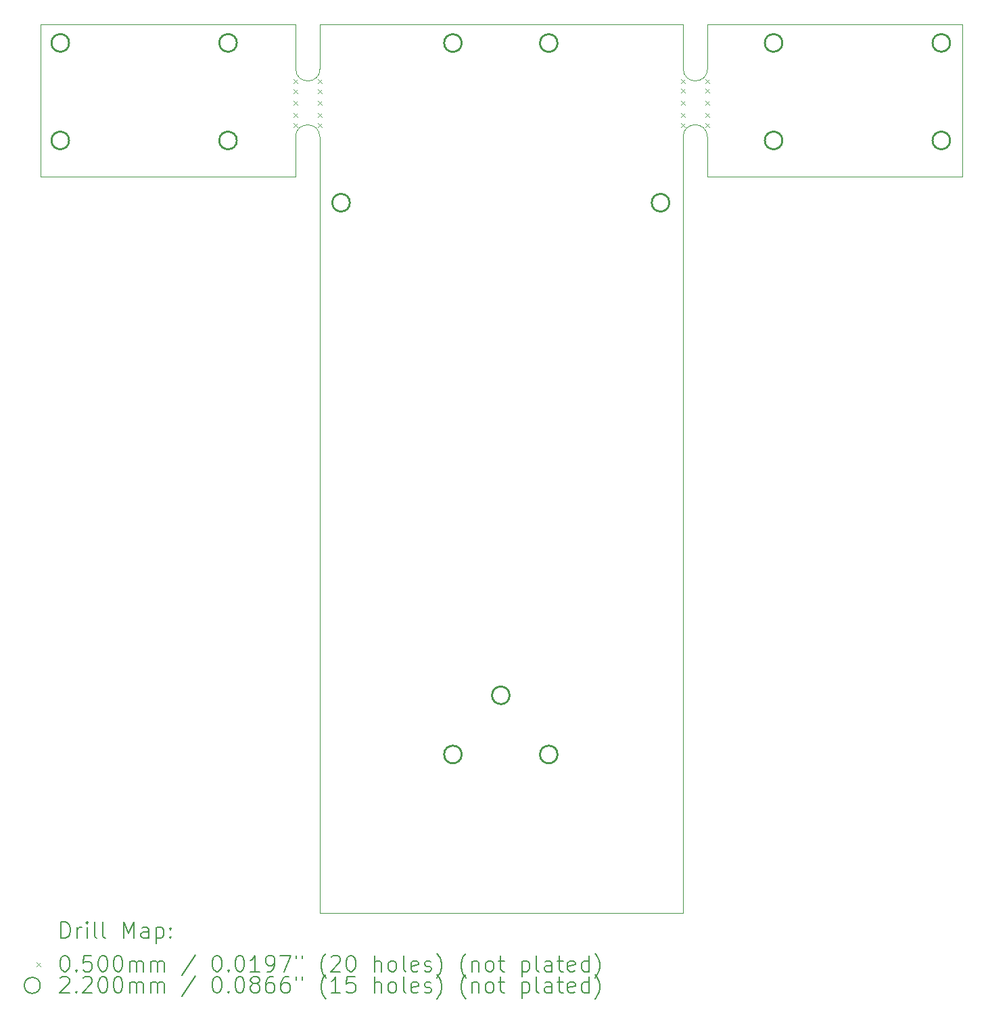
<source format=gbr>
%TF.GenerationSoftware,KiCad,Pcbnew,7.0.7*%
%TF.CreationDate,2023-09-25T22:52:53-04:00*%
%TF.ProjectId,Matrix,4d617472-6978-42e6-9b69-6361645f7063,rev?*%
%TF.SameCoordinates,Original*%
%TF.FileFunction,Drillmap*%
%TF.FilePolarity,Positive*%
%FSLAX45Y45*%
G04 Gerber Fmt 4.5, Leading zero omitted, Abs format (unit mm)*
G04 Created by KiCad (PCBNEW 7.0.7) date 2023-09-25 22:52:53*
%MOMM*%
%LPD*%
G01*
G04 APERTURE LIST*
%ADD10C,0.100000*%
%ADD11C,0.200000*%
%ADD12C,0.050000*%
%ADD13C,0.220000*%
G04 APERTURE END LIST*
D10*
X16850000Y-15402500D02*
X16848000Y-5697000D01*
X17154000Y-4291000D02*
X20342099Y-4291000D01*
X12302000Y-4845000D02*
X12302000Y-4291000D01*
X11996000Y-5698000D02*
X11996000Y-6193000D01*
X12300000Y-5698000D02*
G75*
G03*
X11996000Y-5698000I-152000J0D01*
G01*
X12299000Y-15402500D02*
X16850000Y-15402500D01*
X12302000Y-4291000D02*
X16850000Y-4291000D01*
X8804899Y-6193000D02*
X8804899Y-4291000D01*
X12299000Y-15402500D02*
X12300000Y-5698000D01*
X17154000Y-4844000D02*
X17154000Y-4291000D01*
X20342099Y-4291000D02*
X20343099Y-6192700D01*
X8804899Y-4291000D02*
X11998000Y-4291000D01*
X16850000Y-4844000D02*
X16850000Y-4291000D01*
X16850000Y-4844000D02*
G75*
G03*
X17154000Y-4844000I152000J0D01*
G01*
X11998000Y-4845000D02*
G75*
G03*
X12302000Y-4845000I152000J0D01*
G01*
X17152000Y-5697000D02*
G75*
G03*
X16848000Y-5697000I-152000J0D01*
G01*
X17152000Y-5697000D02*
X17152000Y-6193000D01*
X20343099Y-6192700D02*
X17152000Y-6193000D01*
X11996000Y-6193000D02*
X8804899Y-6193000D01*
X11998000Y-4845000D02*
X11998000Y-4291000D01*
D11*
D12*
X11973000Y-4973500D02*
X12023000Y-5023500D01*
X12023000Y-4973500D02*
X11973000Y-5023500D01*
X11973000Y-5098500D02*
X12023000Y-5148500D01*
X12023000Y-5098500D02*
X11973000Y-5148500D01*
X11973000Y-5248500D02*
X12023000Y-5298500D01*
X12023000Y-5248500D02*
X11973000Y-5298500D01*
X11973000Y-5397300D02*
X12023000Y-5447300D01*
X12023000Y-5397300D02*
X11973000Y-5447300D01*
X11973000Y-5523500D02*
X12023000Y-5573500D01*
X12023000Y-5523500D02*
X11973000Y-5573500D01*
X12273000Y-4973500D02*
X12323000Y-5023500D01*
X12323000Y-4973500D02*
X12273000Y-5023500D01*
X12273000Y-5098500D02*
X12323000Y-5148500D01*
X12323000Y-5098500D02*
X12273000Y-5148500D01*
X12273000Y-5248500D02*
X12323000Y-5298500D01*
X12323000Y-5248500D02*
X12273000Y-5298500D01*
X12273000Y-5398500D02*
X12323000Y-5448500D01*
X12323000Y-5398500D02*
X12273000Y-5448500D01*
X12273000Y-5523500D02*
X12323000Y-5573500D01*
X12323000Y-5523500D02*
X12273000Y-5573500D01*
X16825000Y-4972500D02*
X16875000Y-5022500D01*
X16875000Y-4972500D02*
X16825000Y-5022500D01*
X16825000Y-5097500D02*
X16875000Y-5147500D01*
X16875000Y-5097500D02*
X16825000Y-5147500D01*
X16825000Y-5247500D02*
X16875000Y-5297500D01*
X16875000Y-5247500D02*
X16825000Y-5297500D01*
X16825000Y-5396300D02*
X16875000Y-5446300D01*
X16875000Y-5396300D02*
X16825000Y-5446300D01*
X16825000Y-5522500D02*
X16875000Y-5572500D01*
X16875000Y-5522500D02*
X16825000Y-5572500D01*
X17125000Y-4972500D02*
X17175000Y-5022500D01*
X17175000Y-4972500D02*
X17125000Y-5022500D01*
X17125000Y-5097500D02*
X17175000Y-5147500D01*
X17175000Y-5097500D02*
X17125000Y-5147500D01*
X17125000Y-5247500D02*
X17175000Y-5297500D01*
X17175000Y-5247500D02*
X17125000Y-5297500D01*
X17125000Y-5397500D02*
X17175000Y-5447500D01*
X17175000Y-5397500D02*
X17125000Y-5447500D01*
X17125000Y-5522500D02*
X17175000Y-5572500D01*
X17175000Y-5522500D02*
X17125000Y-5572500D01*
D13*
X9160925Y-4521200D02*
G75*
G03*
X9160925Y-4521200I-110000J0D01*
G01*
X9160925Y-5741200D02*
G75*
G03*
X9160925Y-5741200I-110000J0D01*
G01*
X11260925Y-4521200D02*
G75*
G03*
X11260925Y-4521200I-110000J0D01*
G01*
X11260925Y-5741200D02*
G75*
G03*
X11260925Y-5741200I-110000J0D01*
G01*
X12675901Y-6520000D02*
G75*
G03*
X12675901Y-6520000I-110000J0D01*
G01*
X14075901Y-4522500D02*
G75*
G03*
X14075901Y-4522500I-110000J0D01*
G01*
X14075901Y-13422500D02*
G75*
G03*
X14075901Y-13422500I-110000J0D01*
G01*
X14675901Y-12682500D02*
G75*
G03*
X14675901Y-12682500I-110000J0D01*
G01*
X15275901Y-4522500D02*
G75*
G03*
X15275901Y-4522500I-110000J0D01*
G01*
X15275901Y-13422500D02*
G75*
G03*
X15275901Y-13422500I-110000J0D01*
G01*
X16675901Y-6520000D02*
G75*
G03*
X16675901Y-6520000I-110000J0D01*
G01*
X18090877Y-4521200D02*
G75*
G03*
X18090877Y-4521200I-110000J0D01*
G01*
X18090877Y-5741200D02*
G75*
G03*
X18090877Y-5741200I-110000J0D01*
G01*
X20190877Y-4521200D02*
G75*
G03*
X20190877Y-4521200I-110000J0D01*
G01*
X20190877Y-5741200D02*
G75*
G03*
X20190877Y-5741200I-110000J0D01*
G01*
D11*
X9060676Y-15718984D02*
X9060676Y-15518984D01*
X9060676Y-15518984D02*
X9108295Y-15518984D01*
X9108295Y-15518984D02*
X9136866Y-15528508D01*
X9136866Y-15528508D02*
X9155914Y-15547555D01*
X9155914Y-15547555D02*
X9165438Y-15566603D01*
X9165438Y-15566603D02*
X9174961Y-15604698D01*
X9174961Y-15604698D02*
X9174961Y-15633269D01*
X9174961Y-15633269D02*
X9165438Y-15671365D01*
X9165438Y-15671365D02*
X9155914Y-15690412D01*
X9155914Y-15690412D02*
X9136866Y-15709460D01*
X9136866Y-15709460D02*
X9108295Y-15718984D01*
X9108295Y-15718984D02*
X9060676Y-15718984D01*
X9260676Y-15718984D02*
X9260676Y-15585650D01*
X9260676Y-15623746D02*
X9270200Y-15604698D01*
X9270200Y-15604698D02*
X9279723Y-15595174D01*
X9279723Y-15595174D02*
X9298771Y-15585650D01*
X9298771Y-15585650D02*
X9317819Y-15585650D01*
X9384485Y-15718984D02*
X9384485Y-15585650D01*
X9384485Y-15518984D02*
X9374961Y-15528508D01*
X9374961Y-15528508D02*
X9384485Y-15538031D01*
X9384485Y-15538031D02*
X9394009Y-15528508D01*
X9394009Y-15528508D02*
X9384485Y-15518984D01*
X9384485Y-15518984D02*
X9384485Y-15538031D01*
X9508295Y-15718984D02*
X9489247Y-15709460D01*
X9489247Y-15709460D02*
X9479723Y-15690412D01*
X9479723Y-15690412D02*
X9479723Y-15518984D01*
X9613057Y-15718984D02*
X9594009Y-15709460D01*
X9594009Y-15709460D02*
X9584485Y-15690412D01*
X9584485Y-15690412D02*
X9584485Y-15518984D01*
X9841628Y-15718984D02*
X9841628Y-15518984D01*
X9841628Y-15518984D02*
X9908295Y-15661841D01*
X9908295Y-15661841D02*
X9974961Y-15518984D01*
X9974961Y-15518984D02*
X9974961Y-15718984D01*
X10155914Y-15718984D02*
X10155914Y-15614222D01*
X10155914Y-15614222D02*
X10146390Y-15595174D01*
X10146390Y-15595174D02*
X10127342Y-15585650D01*
X10127342Y-15585650D02*
X10089247Y-15585650D01*
X10089247Y-15585650D02*
X10070200Y-15595174D01*
X10155914Y-15709460D02*
X10136866Y-15718984D01*
X10136866Y-15718984D02*
X10089247Y-15718984D01*
X10089247Y-15718984D02*
X10070200Y-15709460D01*
X10070200Y-15709460D02*
X10060676Y-15690412D01*
X10060676Y-15690412D02*
X10060676Y-15671365D01*
X10060676Y-15671365D02*
X10070200Y-15652317D01*
X10070200Y-15652317D02*
X10089247Y-15642793D01*
X10089247Y-15642793D02*
X10136866Y-15642793D01*
X10136866Y-15642793D02*
X10155914Y-15633269D01*
X10251152Y-15585650D02*
X10251152Y-15785650D01*
X10251152Y-15595174D02*
X10270200Y-15585650D01*
X10270200Y-15585650D02*
X10308295Y-15585650D01*
X10308295Y-15585650D02*
X10327342Y-15595174D01*
X10327342Y-15595174D02*
X10336866Y-15604698D01*
X10336866Y-15604698D02*
X10346390Y-15623746D01*
X10346390Y-15623746D02*
X10346390Y-15680888D01*
X10346390Y-15680888D02*
X10336866Y-15699936D01*
X10336866Y-15699936D02*
X10327342Y-15709460D01*
X10327342Y-15709460D02*
X10308295Y-15718984D01*
X10308295Y-15718984D02*
X10270200Y-15718984D01*
X10270200Y-15718984D02*
X10251152Y-15709460D01*
X10432104Y-15699936D02*
X10441628Y-15709460D01*
X10441628Y-15709460D02*
X10432104Y-15718984D01*
X10432104Y-15718984D02*
X10422581Y-15709460D01*
X10422581Y-15709460D02*
X10432104Y-15699936D01*
X10432104Y-15699936D02*
X10432104Y-15718984D01*
X10432104Y-15595174D02*
X10441628Y-15604698D01*
X10441628Y-15604698D02*
X10432104Y-15614222D01*
X10432104Y-15614222D02*
X10422581Y-15604698D01*
X10422581Y-15604698D02*
X10432104Y-15595174D01*
X10432104Y-15595174D02*
X10432104Y-15614222D01*
D12*
X8749899Y-16022500D02*
X8799899Y-16072500D01*
X8799899Y-16022500D02*
X8749899Y-16072500D01*
D11*
X9098771Y-15938984D02*
X9117819Y-15938984D01*
X9117819Y-15938984D02*
X9136866Y-15948508D01*
X9136866Y-15948508D02*
X9146390Y-15958031D01*
X9146390Y-15958031D02*
X9155914Y-15977079D01*
X9155914Y-15977079D02*
X9165438Y-16015174D01*
X9165438Y-16015174D02*
X9165438Y-16062793D01*
X9165438Y-16062793D02*
X9155914Y-16100888D01*
X9155914Y-16100888D02*
X9146390Y-16119936D01*
X9146390Y-16119936D02*
X9136866Y-16129460D01*
X9136866Y-16129460D02*
X9117819Y-16138984D01*
X9117819Y-16138984D02*
X9098771Y-16138984D01*
X9098771Y-16138984D02*
X9079723Y-16129460D01*
X9079723Y-16129460D02*
X9070200Y-16119936D01*
X9070200Y-16119936D02*
X9060676Y-16100888D01*
X9060676Y-16100888D02*
X9051152Y-16062793D01*
X9051152Y-16062793D02*
X9051152Y-16015174D01*
X9051152Y-16015174D02*
X9060676Y-15977079D01*
X9060676Y-15977079D02*
X9070200Y-15958031D01*
X9070200Y-15958031D02*
X9079723Y-15948508D01*
X9079723Y-15948508D02*
X9098771Y-15938984D01*
X9251152Y-16119936D02*
X9260676Y-16129460D01*
X9260676Y-16129460D02*
X9251152Y-16138984D01*
X9251152Y-16138984D02*
X9241628Y-16129460D01*
X9241628Y-16129460D02*
X9251152Y-16119936D01*
X9251152Y-16119936D02*
X9251152Y-16138984D01*
X9441628Y-15938984D02*
X9346390Y-15938984D01*
X9346390Y-15938984D02*
X9336866Y-16034222D01*
X9336866Y-16034222D02*
X9346390Y-16024698D01*
X9346390Y-16024698D02*
X9365438Y-16015174D01*
X9365438Y-16015174D02*
X9413057Y-16015174D01*
X9413057Y-16015174D02*
X9432104Y-16024698D01*
X9432104Y-16024698D02*
X9441628Y-16034222D01*
X9441628Y-16034222D02*
X9451152Y-16053269D01*
X9451152Y-16053269D02*
X9451152Y-16100888D01*
X9451152Y-16100888D02*
X9441628Y-16119936D01*
X9441628Y-16119936D02*
X9432104Y-16129460D01*
X9432104Y-16129460D02*
X9413057Y-16138984D01*
X9413057Y-16138984D02*
X9365438Y-16138984D01*
X9365438Y-16138984D02*
X9346390Y-16129460D01*
X9346390Y-16129460D02*
X9336866Y-16119936D01*
X9574961Y-15938984D02*
X9594009Y-15938984D01*
X9594009Y-15938984D02*
X9613057Y-15948508D01*
X9613057Y-15948508D02*
X9622581Y-15958031D01*
X9622581Y-15958031D02*
X9632104Y-15977079D01*
X9632104Y-15977079D02*
X9641628Y-16015174D01*
X9641628Y-16015174D02*
X9641628Y-16062793D01*
X9641628Y-16062793D02*
X9632104Y-16100888D01*
X9632104Y-16100888D02*
X9622581Y-16119936D01*
X9622581Y-16119936D02*
X9613057Y-16129460D01*
X9613057Y-16129460D02*
X9594009Y-16138984D01*
X9594009Y-16138984D02*
X9574961Y-16138984D01*
X9574961Y-16138984D02*
X9555914Y-16129460D01*
X9555914Y-16129460D02*
X9546390Y-16119936D01*
X9546390Y-16119936D02*
X9536866Y-16100888D01*
X9536866Y-16100888D02*
X9527342Y-16062793D01*
X9527342Y-16062793D02*
X9527342Y-16015174D01*
X9527342Y-16015174D02*
X9536866Y-15977079D01*
X9536866Y-15977079D02*
X9546390Y-15958031D01*
X9546390Y-15958031D02*
X9555914Y-15948508D01*
X9555914Y-15948508D02*
X9574961Y-15938984D01*
X9765438Y-15938984D02*
X9784485Y-15938984D01*
X9784485Y-15938984D02*
X9803533Y-15948508D01*
X9803533Y-15948508D02*
X9813057Y-15958031D01*
X9813057Y-15958031D02*
X9822581Y-15977079D01*
X9822581Y-15977079D02*
X9832104Y-16015174D01*
X9832104Y-16015174D02*
X9832104Y-16062793D01*
X9832104Y-16062793D02*
X9822581Y-16100888D01*
X9822581Y-16100888D02*
X9813057Y-16119936D01*
X9813057Y-16119936D02*
X9803533Y-16129460D01*
X9803533Y-16129460D02*
X9784485Y-16138984D01*
X9784485Y-16138984D02*
X9765438Y-16138984D01*
X9765438Y-16138984D02*
X9746390Y-16129460D01*
X9746390Y-16129460D02*
X9736866Y-16119936D01*
X9736866Y-16119936D02*
X9727342Y-16100888D01*
X9727342Y-16100888D02*
X9717819Y-16062793D01*
X9717819Y-16062793D02*
X9717819Y-16015174D01*
X9717819Y-16015174D02*
X9727342Y-15977079D01*
X9727342Y-15977079D02*
X9736866Y-15958031D01*
X9736866Y-15958031D02*
X9746390Y-15948508D01*
X9746390Y-15948508D02*
X9765438Y-15938984D01*
X9917819Y-16138984D02*
X9917819Y-16005650D01*
X9917819Y-16024698D02*
X9927342Y-16015174D01*
X9927342Y-16015174D02*
X9946390Y-16005650D01*
X9946390Y-16005650D02*
X9974962Y-16005650D01*
X9974962Y-16005650D02*
X9994009Y-16015174D01*
X9994009Y-16015174D02*
X10003533Y-16034222D01*
X10003533Y-16034222D02*
X10003533Y-16138984D01*
X10003533Y-16034222D02*
X10013057Y-16015174D01*
X10013057Y-16015174D02*
X10032104Y-16005650D01*
X10032104Y-16005650D02*
X10060676Y-16005650D01*
X10060676Y-16005650D02*
X10079723Y-16015174D01*
X10079723Y-16015174D02*
X10089247Y-16034222D01*
X10089247Y-16034222D02*
X10089247Y-16138984D01*
X10184485Y-16138984D02*
X10184485Y-16005650D01*
X10184485Y-16024698D02*
X10194009Y-16015174D01*
X10194009Y-16015174D02*
X10213057Y-16005650D01*
X10213057Y-16005650D02*
X10241628Y-16005650D01*
X10241628Y-16005650D02*
X10260676Y-16015174D01*
X10260676Y-16015174D02*
X10270200Y-16034222D01*
X10270200Y-16034222D02*
X10270200Y-16138984D01*
X10270200Y-16034222D02*
X10279723Y-16015174D01*
X10279723Y-16015174D02*
X10298771Y-16005650D01*
X10298771Y-16005650D02*
X10327342Y-16005650D01*
X10327342Y-16005650D02*
X10346390Y-16015174D01*
X10346390Y-16015174D02*
X10355914Y-16034222D01*
X10355914Y-16034222D02*
X10355914Y-16138984D01*
X10746390Y-15929460D02*
X10574962Y-16186603D01*
X11003533Y-15938984D02*
X11022581Y-15938984D01*
X11022581Y-15938984D02*
X11041628Y-15948508D01*
X11041628Y-15948508D02*
X11051152Y-15958031D01*
X11051152Y-15958031D02*
X11060676Y-15977079D01*
X11060676Y-15977079D02*
X11070200Y-16015174D01*
X11070200Y-16015174D02*
X11070200Y-16062793D01*
X11070200Y-16062793D02*
X11060676Y-16100888D01*
X11060676Y-16100888D02*
X11051152Y-16119936D01*
X11051152Y-16119936D02*
X11041628Y-16129460D01*
X11041628Y-16129460D02*
X11022581Y-16138984D01*
X11022581Y-16138984D02*
X11003533Y-16138984D01*
X11003533Y-16138984D02*
X10984485Y-16129460D01*
X10984485Y-16129460D02*
X10974962Y-16119936D01*
X10974962Y-16119936D02*
X10965438Y-16100888D01*
X10965438Y-16100888D02*
X10955914Y-16062793D01*
X10955914Y-16062793D02*
X10955914Y-16015174D01*
X10955914Y-16015174D02*
X10965438Y-15977079D01*
X10965438Y-15977079D02*
X10974962Y-15958031D01*
X10974962Y-15958031D02*
X10984485Y-15948508D01*
X10984485Y-15948508D02*
X11003533Y-15938984D01*
X11155914Y-16119936D02*
X11165438Y-16129460D01*
X11165438Y-16129460D02*
X11155914Y-16138984D01*
X11155914Y-16138984D02*
X11146390Y-16129460D01*
X11146390Y-16129460D02*
X11155914Y-16119936D01*
X11155914Y-16119936D02*
X11155914Y-16138984D01*
X11289247Y-15938984D02*
X11308295Y-15938984D01*
X11308295Y-15938984D02*
X11327343Y-15948508D01*
X11327343Y-15948508D02*
X11336866Y-15958031D01*
X11336866Y-15958031D02*
X11346390Y-15977079D01*
X11346390Y-15977079D02*
X11355914Y-16015174D01*
X11355914Y-16015174D02*
X11355914Y-16062793D01*
X11355914Y-16062793D02*
X11346390Y-16100888D01*
X11346390Y-16100888D02*
X11336866Y-16119936D01*
X11336866Y-16119936D02*
X11327343Y-16129460D01*
X11327343Y-16129460D02*
X11308295Y-16138984D01*
X11308295Y-16138984D02*
X11289247Y-16138984D01*
X11289247Y-16138984D02*
X11270200Y-16129460D01*
X11270200Y-16129460D02*
X11260676Y-16119936D01*
X11260676Y-16119936D02*
X11251152Y-16100888D01*
X11251152Y-16100888D02*
X11241628Y-16062793D01*
X11241628Y-16062793D02*
X11241628Y-16015174D01*
X11241628Y-16015174D02*
X11251152Y-15977079D01*
X11251152Y-15977079D02*
X11260676Y-15958031D01*
X11260676Y-15958031D02*
X11270200Y-15948508D01*
X11270200Y-15948508D02*
X11289247Y-15938984D01*
X11546390Y-16138984D02*
X11432104Y-16138984D01*
X11489247Y-16138984D02*
X11489247Y-15938984D01*
X11489247Y-15938984D02*
X11470200Y-15967555D01*
X11470200Y-15967555D02*
X11451152Y-15986603D01*
X11451152Y-15986603D02*
X11432104Y-15996127D01*
X11641628Y-16138984D02*
X11679723Y-16138984D01*
X11679723Y-16138984D02*
X11698771Y-16129460D01*
X11698771Y-16129460D02*
X11708295Y-16119936D01*
X11708295Y-16119936D02*
X11727343Y-16091365D01*
X11727343Y-16091365D02*
X11736866Y-16053269D01*
X11736866Y-16053269D02*
X11736866Y-15977079D01*
X11736866Y-15977079D02*
X11727343Y-15958031D01*
X11727343Y-15958031D02*
X11717819Y-15948508D01*
X11717819Y-15948508D02*
X11698771Y-15938984D01*
X11698771Y-15938984D02*
X11660676Y-15938984D01*
X11660676Y-15938984D02*
X11641628Y-15948508D01*
X11641628Y-15948508D02*
X11632104Y-15958031D01*
X11632104Y-15958031D02*
X11622581Y-15977079D01*
X11622581Y-15977079D02*
X11622581Y-16024698D01*
X11622581Y-16024698D02*
X11632104Y-16043746D01*
X11632104Y-16043746D02*
X11641628Y-16053269D01*
X11641628Y-16053269D02*
X11660676Y-16062793D01*
X11660676Y-16062793D02*
X11698771Y-16062793D01*
X11698771Y-16062793D02*
X11717819Y-16053269D01*
X11717819Y-16053269D02*
X11727343Y-16043746D01*
X11727343Y-16043746D02*
X11736866Y-16024698D01*
X11803533Y-15938984D02*
X11936866Y-15938984D01*
X11936866Y-15938984D02*
X11851152Y-16138984D01*
X12003533Y-15938984D02*
X12003533Y-15977079D01*
X12079724Y-15938984D02*
X12079724Y-15977079D01*
X12374962Y-16215174D02*
X12365438Y-16205650D01*
X12365438Y-16205650D02*
X12346390Y-16177079D01*
X12346390Y-16177079D02*
X12336866Y-16158031D01*
X12336866Y-16158031D02*
X12327343Y-16129460D01*
X12327343Y-16129460D02*
X12317819Y-16081841D01*
X12317819Y-16081841D02*
X12317819Y-16043746D01*
X12317819Y-16043746D02*
X12327343Y-15996127D01*
X12327343Y-15996127D02*
X12336866Y-15967555D01*
X12336866Y-15967555D02*
X12346390Y-15948508D01*
X12346390Y-15948508D02*
X12365438Y-15919936D01*
X12365438Y-15919936D02*
X12374962Y-15910412D01*
X12441628Y-15958031D02*
X12451152Y-15948508D01*
X12451152Y-15948508D02*
X12470200Y-15938984D01*
X12470200Y-15938984D02*
X12517819Y-15938984D01*
X12517819Y-15938984D02*
X12536866Y-15948508D01*
X12536866Y-15948508D02*
X12546390Y-15958031D01*
X12546390Y-15958031D02*
X12555914Y-15977079D01*
X12555914Y-15977079D02*
X12555914Y-15996127D01*
X12555914Y-15996127D02*
X12546390Y-16024698D01*
X12546390Y-16024698D02*
X12432105Y-16138984D01*
X12432105Y-16138984D02*
X12555914Y-16138984D01*
X12679724Y-15938984D02*
X12698771Y-15938984D01*
X12698771Y-15938984D02*
X12717819Y-15948508D01*
X12717819Y-15948508D02*
X12727343Y-15958031D01*
X12727343Y-15958031D02*
X12736866Y-15977079D01*
X12736866Y-15977079D02*
X12746390Y-16015174D01*
X12746390Y-16015174D02*
X12746390Y-16062793D01*
X12746390Y-16062793D02*
X12736866Y-16100888D01*
X12736866Y-16100888D02*
X12727343Y-16119936D01*
X12727343Y-16119936D02*
X12717819Y-16129460D01*
X12717819Y-16129460D02*
X12698771Y-16138984D01*
X12698771Y-16138984D02*
X12679724Y-16138984D01*
X12679724Y-16138984D02*
X12660676Y-16129460D01*
X12660676Y-16129460D02*
X12651152Y-16119936D01*
X12651152Y-16119936D02*
X12641628Y-16100888D01*
X12641628Y-16100888D02*
X12632105Y-16062793D01*
X12632105Y-16062793D02*
X12632105Y-16015174D01*
X12632105Y-16015174D02*
X12641628Y-15977079D01*
X12641628Y-15977079D02*
X12651152Y-15958031D01*
X12651152Y-15958031D02*
X12660676Y-15948508D01*
X12660676Y-15948508D02*
X12679724Y-15938984D01*
X12984486Y-16138984D02*
X12984486Y-15938984D01*
X13070200Y-16138984D02*
X13070200Y-16034222D01*
X13070200Y-16034222D02*
X13060676Y-16015174D01*
X13060676Y-16015174D02*
X13041628Y-16005650D01*
X13041628Y-16005650D02*
X13013057Y-16005650D01*
X13013057Y-16005650D02*
X12994009Y-16015174D01*
X12994009Y-16015174D02*
X12984486Y-16024698D01*
X13194009Y-16138984D02*
X13174962Y-16129460D01*
X13174962Y-16129460D02*
X13165438Y-16119936D01*
X13165438Y-16119936D02*
X13155914Y-16100888D01*
X13155914Y-16100888D02*
X13155914Y-16043746D01*
X13155914Y-16043746D02*
X13165438Y-16024698D01*
X13165438Y-16024698D02*
X13174962Y-16015174D01*
X13174962Y-16015174D02*
X13194009Y-16005650D01*
X13194009Y-16005650D02*
X13222581Y-16005650D01*
X13222581Y-16005650D02*
X13241628Y-16015174D01*
X13241628Y-16015174D02*
X13251152Y-16024698D01*
X13251152Y-16024698D02*
X13260676Y-16043746D01*
X13260676Y-16043746D02*
X13260676Y-16100888D01*
X13260676Y-16100888D02*
X13251152Y-16119936D01*
X13251152Y-16119936D02*
X13241628Y-16129460D01*
X13241628Y-16129460D02*
X13222581Y-16138984D01*
X13222581Y-16138984D02*
X13194009Y-16138984D01*
X13374962Y-16138984D02*
X13355914Y-16129460D01*
X13355914Y-16129460D02*
X13346390Y-16110412D01*
X13346390Y-16110412D02*
X13346390Y-15938984D01*
X13527343Y-16129460D02*
X13508295Y-16138984D01*
X13508295Y-16138984D02*
X13470200Y-16138984D01*
X13470200Y-16138984D02*
X13451152Y-16129460D01*
X13451152Y-16129460D02*
X13441628Y-16110412D01*
X13441628Y-16110412D02*
X13441628Y-16034222D01*
X13441628Y-16034222D02*
X13451152Y-16015174D01*
X13451152Y-16015174D02*
X13470200Y-16005650D01*
X13470200Y-16005650D02*
X13508295Y-16005650D01*
X13508295Y-16005650D02*
X13527343Y-16015174D01*
X13527343Y-16015174D02*
X13536867Y-16034222D01*
X13536867Y-16034222D02*
X13536867Y-16053269D01*
X13536867Y-16053269D02*
X13441628Y-16072317D01*
X13613057Y-16129460D02*
X13632105Y-16138984D01*
X13632105Y-16138984D02*
X13670200Y-16138984D01*
X13670200Y-16138984D02*
X13689248Y-16129460D01*
X13689248Y-16129460D02*
X13698771Y-16110412D01*
X13698771Y-16110412D02*
X13698771Y-16100888D01*
X13698771Y-16100888D02*
X13689248Y-16081841D01*
X13689248Y-16081841D02*
X13670200Y-16072317D01*
X13670200Y-16072317D02*
X13641628Y-16072317D01*
X13641628Y-16072317D02*
X13622581Y-16062793D01*
X13622581Y-16062793D02*
X13613057Y-16043746D01*
X13613057Y-16043746D02*
X13613057Y-16034222D01*
X13613057Y-16034222D02*
X13622581Y-16015174D01*
X13622581Y-16015174D02*
X13641628Y-16005650D01*
X13641628Y-16005650D02*
X13670200Y-16005650D01*
X13670200Y-16005650D02*
X13689248Y-16015174D01*
X13765438Y-16215174D02*
X13774962Y-16205650D01*
X13774962Y-16205650D02*
X13794009Y-16177079D01*
X13794009Y-16177079D02*
X13803533Y-16158031D01*
X13803533Y-16158031D02*
X13813057Y-16129460D01*
X13813057Y-16129460D02*
X13822581Y-16081841D01*
X13822581Y-16081841D02*
X13822581Y-16043746D01*
X13822581Y-16043746D02*
X13813057Y-15996127D01*
X13813057Y-15996127D02*
X13803533Y-15967555D01*
X13803533Y-15967555D02*
X13794009Y-15948508D01*
X13794009Y-15948508D02*
X13774962Y-15919936D01*
X13774962Y-15919936D02*
X13765438Y-15910412D01*
X14127343Y-16215174D02*
X14117819Y-16205650D01*
X14117819Y-16205650D02*
X14098771Y-16177079D01*
X14098771Y-16177079D02*
X14089248Y-16158031D01*
X14089248Y-16158031D02*
X14079724Y-16129460D01*
X14079724Y-16129460D02*
X14070200Y-16081841D01*
X14070200Y-16081841D02*
X14070200Y-16043746D01*
X14070200Y-16043746D02*
X14079724Y-15996127D01*
X14079724Y-15996127D02*
X14089248Y-15967555D01*
X14089248Y-15967555D02*
X14098771Y-15948508D01*
X14098771Y-15948508D02*
X14117819Y-15919936D01*
X14117819Y-15919936D02*
X14127343Y-15910412D01*
X14203533Y-16005650D02*
X14203533Y-16138984D01*
X14203533Y-16024698D02*
X14213057Y-16015174D01*
X14213057Y-16015174D02*
X14232105Y-16005650D01*
X14232105Y-16005650D02*
X14260676Y-16005650D01*
X14260676Y-16005650D02*
X14279724Y-16015174D01*
X14279724Y-16015174D02*
X14289248Y-16034222D01*
X14289248Y-16034222D02*
X14289248Y-16138984D01*
X14413057Y-16138984D02*
X14394009Y-16129460D01*
X14394009Y-16129460D02*
X14384486Y-16119936D01*
X14384486Y-16119936D02*
X14374962Y-16100888D01*
X14374962Y-16100888D02*
X14374962Y-16043746D01*
X14374962Y-16043746D02*
X14384486Y-16024698D01*
X14384486Y-16024698D02*
X14394009Y-16015174D01*
X14394009Y-16015174D02*
X14413057Y-16005650D01*
X14413057Y-16005650D02*
X14441629Y-16005650D01*
X14441629Y-16005650D02*
X14460676Y-16015174D01*
X14460676Y-16015174D02*
X14470200Y-16024698D01*
X14470200Y-16024698D02*
X14479724Y-16043746D01*
X14479724Y-16043746D02*
X14479724Y-16100888D01*
X14479724Y-16100888D02*
X14470200Y-16119936D01*
X14470200Y-16119936D02*
X14460676Y-16129460D01*
X14460676Y-16129460D02*
X14441629Y-16138984D01*
X14441629Y-16138984D02*
X14413057Y-16138984D01*
X14536867Y-16005650D02*
X14613057Y-16005650D01*
X14565438Y-15938984D02*
X14565438Y-16110412D01*
X14565438Y-16110412D02*
X14574962Y-16129460D01*
X14574962Y-16129460D02*
X14594009Y-16138984D01*
X14594009Y-16138984D02*
X14613057Y-16138984D01*
X14832105Y-16005650D02*
X14832105Y-16205650D01*
X14832105Y-16015174D02*
X14851152Y-16005650D01*
X14851152Y-16005650D02*
X14889248Y-16005650D01*
X14889248Y-16005650D02*
X14908295Y-16015174D01*
X14908295Y-16015174D02*
X14917819Y-16024698D01*
X14917819Y-16024698D02*
X14927343Y-16043746D01*
X14927343Y-16043746D02*
X14927343Y-16100888D01*
X14927343Y-16100888D02*
X14917819Y-16119936D01*
X14917819Y-16119936D02*
X14908295Y-16129460D01*
X14908295Y-16129460D02*
X14889248Y-16138984D01*
X14889248Y-16138984D02*
X14851152Y-16138984D01*
X14851152Y-16138984D02*
X14832105Y-16129460D01*
X15041629Y-16138984D02*
X15022581Y-16129460D01*
X15022581Y-16129460D02*
X15013057Y-16110412D01*
X15013057Y-16110412D02*
X15013057Y-15938984D01*
X15203533Y-16138984D02*
X15203533Y-16034222D01*
X15203533Y-16034222D02*
X15194010Y-16015174D01*
X15194010Y-16015174D02*
X15174962Y-16005650D01*
X15174962Y-16005650D02*
X15136867Y-16005650D01*
X15136867Y-16005650D02*
X15117819Y-16015174D01*
X15203533Y-16129460D02*
X15184486Y-16138984D01*
X15184486Y-16138984D02*
X15136867Y-16138984D01*
X15136867Y-16138984D02*
X15117819Y-16129460D01*
X15117819Y-16129460D02*
X15108295Y-16110412D01*
X15108295Y-16110412D02*
X15108295Y-16091365D01*
X15108295Y-16091365D02*
X15117819Y-16072317D01*
X15117819Y-16072317D02*
X15136867Y-16062793D01*
X15136867Y-16062793D02*
X15184486Y-16062793D01*
X15184486Y-16062793D02*
X15203533Y-16053269D01*
X15270200Y-16005650D02*
X15346390Y-16005650D01*
X15298771Y-15938984D02*
X15298771Y-16110412D01*
X15298771Y-16110412D02*
X15308295Y-16129460D01*
X15308295Y-16129460D02*
X15327343Y-16138984D01*
X15327343Y-16138984D02*
X15346390Y-16138984D01*
X15489248Y-16129460D02*
X15470200Y-16138984D01*
X15470200Y-16138984D02*
X15432105Y-16138984D01*
X15432105Y-16138984D02*
X15413057Y-16129460D01*
X15413057Y-16129460D02*
X15403533Y-16110412D01*
X15403533Y-16110412D02*
X15403533Y-16034222D01*
X15403533Y-16034222D02*
X15413057Y-16015174D01*
X15413057Y-16015174D02*
X15432105Y-16005650D01*
X15432105Y-16005650D02*
X15470200Y-16005650D01*
X15470200Y-16005650D02*
X15489248Y-16015174D01*
X15489248Y-16015174D02*
X15498771Y-16034222D01*
X15498771Y-16034222D02*
X15498771Y-16053269D01*
X15498771Y-16053269D02*
X15403533Y-16072317D01*
X15670200Y-16138984D02*
X15670200Y-15938984D01*
X15670200Y-16129460D02*
X15651152Y-16138984D01*
X15651152Y-16138984D02*
X15613057Y-16138984D01*
X15613057Y-16138984D02*
X15594010Y-16129460D01*
X15594010Y-16129460D02*
X15584486Y-16119936D01*
X15584486Y-16119936D02*
X15574962Y-16100888D01*
X15574962Y-16100888D02*
X15574962Y-16043746D01*
X15574962Y-16043746D02*
X15584486Y-16024698D01*
X15584486Y-16024698D02*
X15594010Y-16015174D01*
X15594010Y-16015174D02*
X15613057Y-16005650D01*
X15613057Y-16005650D02*
X15651152Y-16005650D01*
X15651152Y-16005650D02*
X15670200Y-16015174D01*
X15746391Y-16215174D02*
X15755914Y-16205650D01*
X15755914Y-16205650D02*
X15774962Y-16177079D01*
X15774962Y-16177079D02*
X15784486Y-16158031D01*
X15784486Y-16158031D02*
X15794010Y-16129460D01*
X15794010Y-16129460D02*
X15803533Y-16081841D01*
X15803533Y-16081841D02*
X15803533Y-16043746D01*
X15803533Y-16043746D02*
X15794010Y-15996127D01*
X15794010Y-15996127D02*
X15784486Y-15967555D01*
X15784486Y-15967555D02*
X15774962Y-15948508D01*
X15774962Y-15948508D02*
X15755914Y-15919936D01*
X15755914Y-15919936D02*
X15746391Y-15910412D01*
X8799899Y-16311500D02*
G75*
G03*
X8799899Y-16311500I-100000J0D01*
G01*
X9051152Y-16222031D02*
X9060676Y-16212508D01*
X9060676Y-16212508D02*
X9079723Y-16202984D01*
X9079723Y-16202984D02*
X9127342Y-16202984D01*
X9127342Y-16202984D02*
X9146390Y-16212508D01*
X9146390Y-16212508D02*
X9155914Y-16222031D01*
X9155914Y-16222031D02*
X9165438Y-16241079D01*
X9165438Y-16241079D02*
X9165438Y-16260127D01*
X9165438Y-16260127D02*
X9155914Y-16288698D01*
X9155914Y-16288698D02*
X9041628Y-16402984D01*
X9041628Y-16402984D02*
X9165438Y-16402984D01*
X9251152Y-16383936D02*
X9260676Y-16393460D01*
X9260676Y-16393460D02*
X9251152Y-16402984D01*
X9251152Y-16402984D02*
X9241628Y-16393460D01*
X9241628Y-16393460D02*
X9251152Y-16383936D01*
X9251152Y-16383936D02*
X9251152Y-16402984D01*
X9336866Y-16222031D02*
X9346390Y-16212508D01*
X9346390Y-16212508D02*
X9365438Y-16202984D01*
X9365438Y-16202984D02*
X9413057Y-16202984D01*
X9413057Y-16202984D02*
X9432104Y-16212508D01*
X9432104Y-16212508D02*
X9441628Y-16222031D01*
X9441628Y-16222031D02*
X9451152Y-16241079D01*
X9451152Y-16241079D02*
X9451152Y-16260127D01*
X9451152Y-16260127D02*
X9441628Y-16288698D01*
X9441628Y-16288698D02*
X9327342Y-16402984D01*
X9327342Y-16402984D02*
X9451152Y-16402984D01*
X9574961Y-16202984D02*
X9594009Y-16202984D01*
X9594009Y-16202984D02*
X9613057Y-16212508D01*
X9613057Y-16212508D02*
X9622581Y-16222031D01*
X9622581Y-16222031D02*
X9632104Y-16241079D01*
X9632104Y-16241079D02*
X9641628Y-16279174D01*
X9641628Y-16279174D02*
X9641628Y-16326793D01*
X9641628Y-16326793D02*
X9632104Y-16364888D01*
X9632104Y-16364888D02*
X9622581Y-16383936D01*
X9622581Y-16383936D02*
X9613057Y-16393460D01*
X9613057Y-16393460D02*
X9594009Y-16402984D01*
X9594009Y-16402984D02*
X9574961Y-16402984D01*
X9574961Y-16402984D02*
X9555914Y-16393460D01*
X9555914Y-16393460D02*
X9546390Y-16383936D01*
X9546390Y-16383936D02*
X9536866Y-16364888D01*
X9536866Y-16364888D02*
X9527342Y-16326793D01*
X9527342Y-16326793D02*
X9527342Y-16279174D01*
X9527342Y-16279174D02*
X9536866Y-16241079D01*
X9536866Y-16241079D02*
X9546390Y-16222031D01*
X9546390Y-16222031D02*
X9555914Y-16212508D01*
X9555914Y-16212508D02*
X9574961Y-16202984D01*
X9765438Y-16202984D02*
X9784485Y-16202984D01*
X9784485Y-16202984D02*
X9803533Y-16212508D01*
X9803533Y-16212508D02*
X9813057Y-16222031D01*
X9813057Y-16222031D02*
X9822581Y-16241079D01*
X9822581Y-16241079D02*
X9832104Y-16279174D01*
X9832104Y-16279174D02*
X9832104Y-16326793D01*
X9832104Y-16326793D02*
X9822581Y-16364888D01*
X9822581Y-16364888D02*
X9813057Y-16383936D01*
X9813057Y-16383936D02*
X9803533Y-16393460D01*
X9803533Y-16393460D02*
X9784485Y-16402984D01*
X9784485Y-16402984D02*
X9765438Y-16402984D01*
X9765438Y-16402984D02*
X9746390Y-16393460D01*
X9746390Y-16393460D02*
X9736866Y-16383936D01*
X9736866Y-16383936D02*
X9727342Y-16364888D01*
X9727342Y-16364888D02*
X9717819Y-16326793D01*
X9717819Y-16326793D02*
X9717819Y-16279174D01*
X9717819Y-16279174D02*
X9727342Y-16241079D01*
X9727342Y-16241079D02*
X9736866Y-16222031D01*
X9736866Y-16222031D02*
X9746390Y-16212508D01*
X9746390Y-16212508D02*
X9765438Y-16202984D01*
X9917819Y-16402984D02*
X9917819Y-16269650D01*
X9917819Y-16288698D02*
X9927342Y-16279174D01*
X9927342Y-16279174D02*
X9946390Y-16269650D01*
X9946390Y-16269650D02*
X9974962Y-16269650D01*
X9974962Y-16269650D02*
X9994009Y-16279174D01*
X9994009Y-16279174D02*
X10003533Y-16298222D01*
X10003533Y-16298222D02*
X10003533Y-16402984D01*
X10003533Y-16298222D02*
X10013057Y-16279174D01*
X10013057Y-16279174D02*
X10032104Y-16269650D01*
X10032104Y-16269650D02*
X10060676Y-16269650D01*
X10060676Y-16269650D02*
X10079723Y-16279174D01*
X10079723Y-16279174D02*
X10089247Y-16298222D01*
X10089247Y-16298222D02*
X10089247Y-16402984D01*
X10184485Y-16402984D02*
X10184485Y-16269650D01*
X10184485Y-16288698D02*
X10194009Y-16279174D01*
X10194009Y-16279174D02*
X10213057Y-16269650D01*
X10213057Y-16269650D02*
X10241628Y-16269650D01*
X10241628Y-16269650D02*
X10260676Y-16279174D01*
X10260676Y-16279174D02*
X10270200Y-16298222D01*
X10270200Y-16298222D02*
X10270200Y-16402984D01*
X10270200Y-16298222D02*
X10279723Y-16279174D01*
X10279723Y-16279174D02*
X10298771Y-16269650D01*
X10298771Y-16269650D02*
X10327342Y-16269650D01*
X10327342Y-16269650D02*
X10346390Y-16279174D01*
X10346390Y-16279174D02*
X10355914Y-16298222D01*
X10355914Y-16298222D02*
X10355914Y-16402984D01*
X10746390Y-16193460D02*
X10574962Y-16450603D01*
X11003533Y-16202984D02*
X11022581Y-16202984D01*
X11022581Y-16202984D02*
X11041628Y-16212508D01*
X11041628Y-16212508D02*
X11051152Y-16222031D01*
X11051152Y-16222031D02*
X11060676Y-16241079D01*
X11060676Y-16241079D02*
X11070200Y-16279174D01*
X11070200Y-16279174D02*
X11070200Y-16326793D01*
X11070200Y-16326793D02*
X11060676Y-16364888D01*
X11060676Y-16364888D02*
X11051152Y-16383936D01*
X11051152Y-16383936D02*
X11041628Y-16393460D01*
X11041628Y-16393460D02*
X11022581Y-16402984D01*
X11022581Y-16402984D02*
X11003533Y-16402984D01*
X11003533Y-16402984D02*
X10984485Y-16393460D01*
X10984485Y-16393460D02*
X10974962Y-16383936D01*
X10974962Y-16383936D02*
X10965438Y-16364888D01*
X10965438Y-16364888D02*
X10955914Y-16326793D01*
X10955914Y-16326793D02*
X10955914Y-16279174D01*
X10955914Y-16279174D02*
X10965438Y-16241079D01*
X10965438Y-16241079D02*
X10974962Y-16222031D01*
X10974962Y-16222031D02*
X10984485Y-16212508D01*
X10984485Y-16212508D02*
X11003533Y-16202984D01*
X11155914Y-16383936D02*
X11165438Y-16393460D01*
X11165438Y-16393460D02*
X11155914Y-16402984D01*
X11155914Y-16402984D02*
X11146390Y-16393460D01*
X11146390Y-16393460D02*
X11155914Y-16383936D01*
X11155914Y-16383936D02*
X11155914Y-16402984D01*
X11289247Y-16202984D02*
X11308295Y-16202984D01*
X11308295Y-16202984D02*
X11327343Y-16212508D01*
X11327343Y-16212508D02*
X11336866Y-16222031D01*
X11336866Y-16222031D02*
X11346390Y-16241079D01*
X11346390Y-16241079D02*
X11355914Y-16279174D01*
X11355914Y-16279174D02*
X11355914Y-16326793D01*
X11355914Y-16326793D02*
X11346390Y-16364888D01*
X11346390Y-16364888D02*
X11336866Y-16383936D01*
X11336866Y-16383936D02*
X11327343Y-16393460D01*
X11327343Y-16393460D02*
X11308295Y-16402984D01*
X11308295Y-16402984D02*
X11289247Y-16402984D01*
X11289247Y-16402984D02*
X11270200Y-16393460D01*
X11270200Y-16393460D02*
X11260676Y-16383936D01*
X11260676Y-16383936D02*
X11251152Y-16364888D01*
X11251152Y-16364888D02*
X11241628Y-16326793D01*
X11241628Y-16326793D02*
X11241628Y-16279174D01*
X11241628Y-16279174D02*
X11251152Y-16241079D01*
X11251152Y-16241079D02*
X11260676Y-16222031D01*
X11260676Y-16222031D02*
X11270200Y-16212508D01*
X11270200Y-16212508D02*
X11289247Y-16202984D01*
X11470200Y-16288698D02*
X11451152Y-16279174D01*
X11451152Y-16279174D02*
X11441628Y-16269650D01*
X11441628Y-16269650D02*
X11432104Y-16250603D01*
X11432104Y-16250603D02*
X11432104Y-16241079D01*
X11432104Y-16241079D02*
X11441628Y-16222031D01*
X11441628Y-16222031D02*
X11451152Y-16212508D01*
X11451152Y-16212508D02*
X11470200Y-16202984D01*
X11470200Y-16202984D02*
X11508295Y-16202984D01*
X11508295Y-16202984D02*
X11527343Y-16212508D01*
X11527343Y-16212508D02*
X11536866Y-16222031D01*
X11536866Y-16222031D02*
X11546390Y-16241079D01*
X11546390Y-16241079D02*
X11546390Y-16250603D01*
X11546390Y-16250603D02*
X11536866Y-16269650D01*
X11536866Y-16269650D02*
X11527343Y-16279174D01*
X11527343Y-16279174D02*
X11508295Y-16288698D01*
X11508295Y-16288698D02*
X11470200Y-16288698D01*
X11470200Y-16288698D02*
X11451152Y-16298222D01*
X11451152Y-16298222D02*
X11441628Y-16307746D01*
X11441628Y-16307746D02*
X11432104Y-16326793D01*
X11432104Y-16326793D02*
X11432104Y-16364888D01*
X11432104Y-16364888D02*
X11441628Y-16383936D01*
X11441628Y-16383936D02*
X11451152Y-16393460D01*
X11451152Y-16393460D02*
X11470200Y-16402984D01*
X11470200Y-16402984D02*
X11508295Y-16402984D01*
X11508295Y-16402984D02*
X11527343Y-16393460D01*
X11527343Y-16393460D02*
X11536866Y-16383936D01*
X11536866Y-16383936D02*
X11546390Y-16364888D01*
X11546390Y-16364888D02*
X11546390Y-16326793D01*
X11546390Y-16326793D02*
X11536866Y-16307746D01*
X11536866Y-16307746D02*
X11527343Y-16298222D01*
X11527343Y-16298222D02*
X11508295Y-16288698D01*
X11717819Y-16202984D02*
X11679723Y-16202984D01*
X11679723Y-16202984D02*
X11660676Y-16212508D01*
X11660676Y-16212508D02*
X11651152Y-16222031D01*
X11651152Y-16222031D02*
X11632104Y-16250603D01*
X11632104Y-16250603D02*
X11622581Y-16288698D01*
X11622581Y-16288698D02*
X11622581Y-16364888D01*
X11622581Y-16364888D02*
X11632104Y-16383936D01*
X11632104Y-16383936D02*
X11641628Y-16393460D01*
X11641628Y-16393460D02*
X11660676Y-16402984D01*
X11660676Y-16402984D02*
X11698771Y-16402984D01*
X11698771Y-16402984D02*
X11717819Y-16393460D01*
X11717819Y-16393460D02*
X11727343Y-16383936D01*
X11727343Y-16383936D02*
X11736866Y-16364888D01*
X11736866Y-16364888D02*
X11736866Y-16317269D01*
X11736866Y-16317269D02*
X11727343Y-16298222D01*
X11727343Y-16298222D02*
X11717819Y-16288698D01*
X11717819Y-16288698D02*
X11698771Y-16279174D01*
X11698771Y-16279174D02*
X11660676Y-16279174D01*
X11660676Y-16279174D02*
X11641628Y-16288698D01*
X11641628Y-16288698D02*
X11632104Y-16298222D01*
X11632104Y-16298222D02*
X11622581Y-16317269D01*
X11908295Y-16202984D02*
X11870200Y-16202984D01*
X11870200Y-16202984D02*
X11851152Y-16212508D01*
X11851152Y-16212508D02*
X11841628Y-16222031D01*
X11841628Y-16222031D02*
X11822581Y-16250603D01*
X11822581Y-16250603D02*
X11813057Y-16288698D01*
X11813057Y-16288698D02*
X11813057Y-16364888D01*
X11813057Y-16364888D02*
X11822581Y-16383936D01*
X11822581Y-16383936D02*
X11832104Y-16393460D01*
X11832104Y-16393460D02*
X11851152Y-16402984D01*
X11851152Y-16402984D02*
X11889247Y-16402984D01*
X11889247Y-16402984D02*
X11908295Y-16393460D01*
X11908295Y-16393460D02*
X11917819Y-16383936D01*
X11917819Y-16383936D02*
X11927343Y-16364888D01*
X11927343Y-16364888D02*
X11927343Y-16317269D01*
X11927343Y-16317269D02*
X11917819Y-16298222D01*
X11917819Y-16298222D02*
X11908295Y-16288698D01*
X11908295Y-16288698D02*
X11889247Y-16279174D01*
X11889247Y-16279174D02*
X11851152Y-16279174D01*
X11851152Y-16279174D02*
X11832104Y-16288698D01*
X11832104Y-16288698D02*
X11822581Y-16298222D01*
X11822581Y-16298222D02*
X11813057Y-16317269D01*
X12003533Y-16202984D02*
X12003533Y-16241079D01*
X12079724Y-16202984D02*
X12079724Y-16241079D01*
X12374962Y-16479174D02*
X12365438Y-16469650D01*
X12365438Y-16469650D02*
X12346390Y-16441079D01*
X12346390Y-16441079D02*
X12336866Y-16422031D01*
X12336866Y-16422031D02*
X12327343Y-16393460D01*
X12327343Y-16393460D02*
X12317819Y-16345841D01*
X12317819Y-16345841D02*
X12317819Y-16307746D01*
X12317819Y-16307746D02*
X12327343Y-16260127D01*
X12327343Y-16260127D02*
X12336866Y-16231555D01*
X12336866Y-16231555D02*
X12346390Y-16212508D01*
X12346390Y-16212508D02*
X12365438Y-16183936D01*
X12365438Y-16183936D02*
X12374962Y-16174412D01*
X12555914Y-16402984D02*
X12441628Y-16402984D01*
X12498771Y-16402984D02*
X12498771Y-16202984D01*
X12498771Y-16202984D02*
X12479724Y-16231555D01*
X12479724Y-16231555D02*
X12460676Y-16250603D01*
X12460676Y-16250603D02*
X12441628Y-16260127D01*
X12736866Y-16202984D02*
X12641628Y-16202984D01*
X12641628Y-16202984D02*
X12632105Y-16298222D01*
X12632105Y-16298222D02*
X12641628Y-16288698D01*
X12641628Y-16288698D02*
X12660676Y-16279174D01*
X12660676Y-16279174D02*
X12708295Y-16279174D01*
X12708295Y-16279174D02*
X12727343Y-16288698D01*
X12727343Y-16288698D02*
X12736866Y-16298222D01*
X12736866Y-16298222D02*
X12746390Y-16317269D01*
X12746390Y-16317269D02*
X12746390Y-16364888D01*
X12746390Y-16364888D02*
X12736866Y-16383936D01*
X12736866Y-16383936D02*
X12727343Y-16393460D01*
X12727343Y-16393460D02*
X12708295Y-16402984D01*
X12708295Y-16402984D02*
X12660676Y-16402984D01*
X12660676Y-16402984D02*
X12641628Y-16393460D01*
X12641628Y-16393460D02*
X12632105Y-16383936D01*
X12984486Y-16402984D02*
X12984486Y-16202984D01*
X13070200Y-16402984D02*
X13070200Y-16298222D01*
X13070200Y-16298222D02*
X13060676Y-16279174D01*
X13060676Y-16279174D02*
X13041628Y-16269650D01*
X13041628Y-16269650D02*
X13013057Y-16269650D01*
X13013057Y-16269650D02*
X12994009Y-16279174D01*
X12994009Y-16279174D02*
X12984486Y-16288698D01*
X13194009Y-16402984D02*
X13174962Y-16393460D01*
X13174962Y-16393460D02*
X13165438Y-16383936D01*
X13165438Y-16383936D02*
X13155914Y-16364888D01*
X13155914Y-16364888D02*
X13155914Y-16307746D01*
X13155914Y-16307746D02*
X13165438Y-16288698D01*
X13165438Y-16288698D02*
X13174962Y-16279174D01*
X13174962Y-16279174D02*
X13194009Y-16269650D01*
X13194009Y-16269650D02*
X13222581Y-16269650D01*
X13222581Y-16269650D02*
X13241628Y-16279174D01*
X13241628Y-16279174D02*
X13251152Y-16288698D01*
X13251152Y-16288698D02*
X13260676Y-16307746D01*
X13260676Y-16307746D02*
X13260676Y-16364888D01*
X13260676Y-16364888D02*
X13251152Y-16383936D01*
X13251152Y-16383936D02*
X13241628Y-16393460D01*
X13241628Y-16393460D02*
X13222581Y-16402984D01*
X13222581Y-16402984D02*
X13194009Y-16402984D01*
X13374962Y-16402984D02*
X13355914Y-16393460D01*
X13355914Y-16393460D02*
X13346390Y-16374412D01*
X13346390Y-16374412D02*
X13346390Y-16202984D01*
X13527343Y-16393460D02*
X13508295Y-16402984D01*
X13508295Y-16402984D02*
X13470200Y-16402984D01*
X13470200Y-16402984D02*
X13451152Y-16393460D01*
X13451152Y-16393460D02*
X13441628Y-16374412D01*
X13441628Y-16374412D02*
X13441628Y-16298222D01*
X13441628Y-16298222D02*
X13451152Y-16279174D01*
X13451152Y-16279174D02*
X13470200Y-16269650D01*
X13470200Y-16269650D02*
X13508295Y-16269650D01*
X13508295Y-16269650D02*
X13527343Y-16279174D01*
X13527343Y-16279174D02*
X13536867Y-16298222D01*
X13536867Y-16298222D02*
X13536867Y-16317269D01*
X13536867Y-16317269D02*
X13441628Y-16336317D01*
X13613057Y-16393460D02*
X13632105Y-16402984D01*
X13632105Y-16402984D02*
X13670200Y-16402984D01*
X13670200Y-16402984D02*
X13689248Y-16393460D01*
X13689248Y-16393460D02*
X13698771Y-16374412D01*
X13698771Y-16374412D02*
X13698771Y-16364888D01*
X13698771Y-16364888D02*
X13689248Y-16345841D01*
X13689248Y-16345841D02*
X13670200Y-16336317D01*
X13670200Y-16336317D02*
X13641628Y-16336317D01*
X13641628Y-16336317D02*
X13622581Y-16326793D01*
X13622581Y-16326793D02*
X13613057Y-16307746D01*
X13613057Y-16307746D02*
X13613057Y-16298222D01*
X13613057Y-16298222D02*
X13622581Y-16279174D01*
X13622581Y-16279174D02*
X13641628Y-16269650D01*
X13641628Y-16269650D02*
X13670200Y-16269650D01*
X13670200Y-16269650D02*
X13689248Y-16279174D01*
X13765438Y-16479174D02*
X13774962Y-16469650D01*
X13774962Y-16469650D02*
X13794009Y-16441079D01*
X13794009Y-16441079D02*
X13803533Y-16422031D01*
X13803533Y-16422031D02*
X13813057Y-16393460D01*
X13813057Y-16393460D02*
X13822581Y-16345841D01*
X13822581Y-16345841D02*
X13822581Y-16307746D01*
X13822581Y-16307746D02*
X13813057Y-16260127D01*
X13813057Y-16260127D02*
X13803533Y-16231555D01*
X13803533Y-16231555D02*
X13794009Y-16212508D01*
X13794009Y-16212508D02*
X13774962Y-16183936D01*
X13774962Y-16183936D02*
X13765438Y-16174412D01*
X14127343Y-16479174D02*
X14117819Y-16469650D01*
X14117819Y-16469650D02*
X14098771Y-16441079D01*
X14098771Y-16441079D02*
X14089248Y-16422031D01*
X14089248Y-16422031D02*
X14079724Y-16393460D01*
X14079724Y-16393460D02*
X14070200Y-16345841D01*
X14070200Y-16345841D02*
X14070200Y-16307746D01*
X14070200Y-16307746D02*
X14079724Y-16260127D01*
X14079724Y-16260127D02*
X14089248Y-16231555D01*
X14089248Y-16231555D02*
X14098771Y-16212508D01*
X14098771Y-16212508D02*
X14117819Y-16183936D01*
X14117819Y-16183936D02*
X14127343Y-16174412D01*
X14203533Y-16269650D02*
X14203533Y-16402984D01*
X14203533Y-16288698D02*
X14213057Y-16279174D01*
X14213057Y-16279174D02*
X14232105Y-16269650D01*
X14232105Y-16269650D02*
X14260676Y-16269650D01*
X14260676Y-16269650D02*
X14279724Y-16279174D01*
X14279724Y-16279174D02*
X14289248Y-16298222D01*
X14289248Y-16298222D02*
X14289248Y-16402984D01*
X14413057Y-16402984D02*
X14394009Y-16393460D01*
X14394009Y-16393460D02*
X14384486Y-16383936D01*
X14384486Y-16383936D02*
X14374962Y-16364888D01*
X14374962Y-16364888D02*
X14374962Y-16307746D01*
X14374962Y-16307746D02*
X14384486Y-16288698D01*
X14384486Y-16288698D02*
X14394009Y-16279174D01*
X14394009Y-16279174D02*
X14413057Y-16269650D01*
X14413057Y-16269650D02*
X14441629Y-16269650D01*
X14441629Y-16269650D02*
X14460676Y-16279174D01*
X14460676Y-16279174D02*
X14470200Y-16288698D01*
X14470200Y-16288698D02*
X14479724Y-16307746D01*
X14479724Y-16307746D02*
X14479724Y-16364888D01*
X14479724Y-16364888D02*
X14470200Y-16383936D01*
X14470200Y-16383936D02*
X14460676Y-16393460D01*
X14460676Y-16393460D02*
X14441629Y-16402984D01*
X14441629Y-16402984D02*
X14413057Y-16402984D01*
X14536867Y-16269650D02*
X14613057Y-16269650D01*
X14565438Y-16202984D02*
X14565438Y-16374412D01*
X14565438Y-16374412D02*
X14574962Y-16393460D01*
X14574962Y-16393460D02*
X14594009Y-16402984D01*
X14594009Y-16402984D02*
X14613057Y-16402984D01*
X14832105Y-16269650D02*
X14832105Y-16469650D01*
X14832105Y-16279174D02*
X14851152Y-16269650D01*
X14851152Y-16269650D02*
X14889248Y-16269650D01*
X14889248Y-16269650D02*
X14908295Y-16279174D01*
X14908295Y-16279174D02*
X14917819Y-16288698D01*
X14917819Y-16288698D02*
X14927343Y-16307746D01*
X14927343Y-16307746D02*
X14927343Y-16364888D01*
X14927343Y-16364888D02*
X14917819Y-16383936D01*
X14917819Y-16383936D02*
X14908295Y-16393460D01*
X14908295Y-16393460D02*
X14889248Y-16402984D01*
X14889248Y-16402984D02*
X14851152Y-16402984D01*
X14851152Y-16402984D02*
X14832105Y-16393460D01*
X15041629Y-16402984D02*
X15022581Y-16393460D01*
X15022581Y-16393460D02*
X15013057Y-16374412D01*
X15013057Y-16374412D02*
X15013057Y-16202984D01*
X15203533Y-16402984D02*
X15203533Y-16298222D01*
X15203533Y-16298222D02*
X15194010Y-16279174D01*
X15194010Y-16279174D02*
X15174962Y-16269650D01*
X15174962Y-16269650D02*
X15136867Y-16269650D01*
X15136867Y-16269650D02*
X15117819Y-16279174D01*
X15203533Y-16393460D02*
X15184486Y-16402984D01*
X15184486Y-16402984D02*
X15136867Y-16402984D01*
X15136867Y-16402984D02*
X15117819Y-16393460D01*
X15117819Y-16393460D02*
X15108295Y-16374412D01*
X15108295Y-16374412D02*
X15108295Y-16355365D01*
X15108295Y-16355365D02*
X15117819Y-16336317D01*
X15117819Y-16336317D02*
X15136867Y-16326793D01*
X15136867Y-16326793D02*
X15184486Y-16326793D01*
X15184486Y-16326793D02*
X15203533Y-16317269D01*
X15270200Y-16269650D02*
X15346390Y-16269650D01*
X15298771Y-16202984D02*
X15298771Y-16374412D01*
X15298771Y-16374412D02*
X15308295Y-16393460D01*
X15308295Y-16393460D02*
X15327343Y-16402984D01*
X15327343Y-16402984D02*
X15346390Y-16402984D01*
X15489248Y-16393460D02*
X15470200Y-16402984D01*
X15470200Y-16402984D02*
X15432105Y-16402984D01*
X15432105Y-16402984D02*
X15413057Y-16393460D01*
X15413057Y-16393460D02*
X15403533Y-16374412D01*
X15403533Y-16374412D02*
X15403533Y-16298222D01*
X15403533Y-16298222D02*
X15413057Y-16279174D01*
X15413057Y-16279174D02*
X15432105Y-16269650D01*
X15432105Y-16269650D02*
X15470200Y-16269650D01*
X15470200Y-16269650D02*
X15489248Y-16279174D01*
X15489248Y-16279174D02*
X15498771Y-16298222D01*
X15498771Y-16298222D02*
X15498771Y-16317269D01*
X15498771Y-16317269D02*
X15403533Y-16336317D01*
X15670200Y-16402984D02*
X15670200Y-16202984D01*
X15670200Y-16393460D02*
X15651152Y-16402984D01*
X15651152Y-16402984D02*
X15613057Y-16402984D01*
X15613057Y-16402984D02*
X15594010Y-16393460D01*
X15594010Y-16393460D02*
X15584486Y-16383936D01*
X15584486Y-16383936D02*
X15574962Y-16364888D01*
X15574962Y-16364888D02*
X15574962Y-16307746D01*
X15574962Y-16307746D02*
X15584486Y-16288698D01*
X15584486Y-16288698D02*
X15594010Y-16279174D01*
X15594010Y-16279174D02*
X15613057Y-16269650D01*
X15613057Y-16269650D02*
X15651152Y-16269650D01*
X15651152Y-16269650D02*
X15670200Y-16279174D01*
X15746391Y-16479174D02*
X15755914Y-16469650D01*
X15755914Y-16469650D02*
X15774962Y-16441079D01*
X15774962Y-16441079D02*
X15784486Y-16422031D01*
X15784486Y-16422031D02*
X15794010Y-16393460D01*
X15794010Y-16393460D02*
X15803533Y-16345841D01*
X15803533Y-16345841D02*
X15803533Y-16307746D01*
X15803533Y-16307746D02*
X15794010Y-16260127D01*
X15794010Y-16260127D02*
X15784486Y-16231555D01*
X15784486Y-16231555D02*
X15774962Y-16212508D01*
X15774962Y-16212508D02*
X15755914Y-16183936D01*
X15755914Y-16183936D02*
X15746391Y-16174412D01*
M02*

</source>
